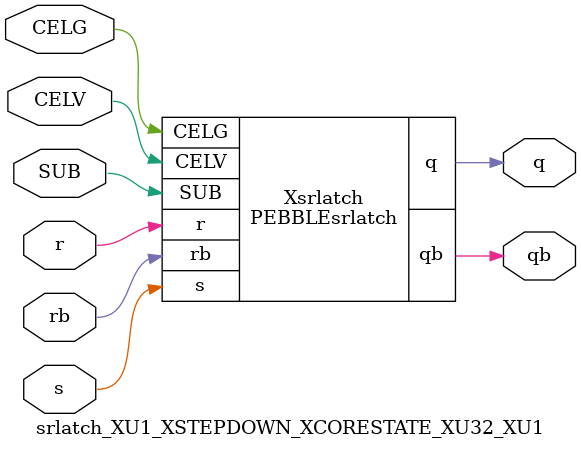
<source format=v>



module PEBBLEsrlatch ( q, qb, CELG, CELV, SUB, r, rb, s );

  input CELV;
  input s;
  output q;
  input rb;
  input r;
  input SUB;
  input CELG;
  output qb;
endmodule

//Celera Confidential Do Not Copy srlatch_XU1_XSTEPDOWN_XCORESTATE_XU32_XU1
//Celera Confidential Symbol Generator
//SR Latch
module srlatch_XU1_XSTEPDOWN_XCORESTATE_XU32_XU1 (CELV,CELG,s,r,rb,q,qb,SUB);
input CELV;
input CELG;
input s;
input r;
input rb;
input SUB;
output q;
output qb;

//Celera Confidential Do Not Copy srlatch
PEBBLEsrlatch Xsrlatch(
.CELV (CELV),
.r (r),
.s (s),
.q (q),
.qb (qb),
.rb (rb),
.SUB (SUB),
.CELG (CELG)
);
//,diesize,PEBBLEsrlatch

//Celera Confidential Do Not Copy Module End
//Celera Schematic Generator
endmodule

</source>
